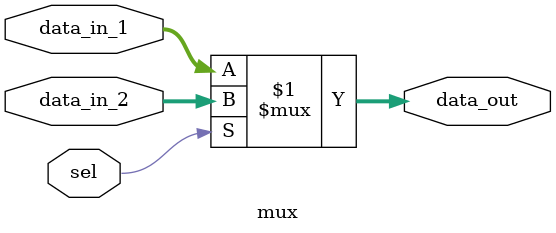
<source format=v>
`timescale 1ns / 1ps


module mux #(parameter inp = 32)
(
input sel,
input [inp-1 : 0] data_in_1,
input [inp-1 : 0] data_in_2,
output [inp-1 : 0] data_out 
    );
    
    assign data_out = (sel)? data_in_2 : data_in_1;
endmodule

</source>
